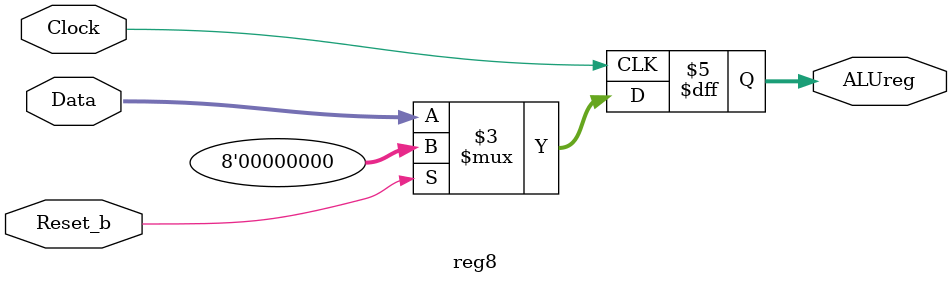
<source format=sv>
module part3(input logic Clock, Reset_b, input logic [3:0] Data, input logic [2:0] Function, output logic [7:0] ALU_reg_out);
	logic [3:0] A, B;
	logic [7:0] ALUout, ALUreg;
	assign A = Data;
	assign B = ALUreg[3:0];
	
	always_comb
	begin
		ALUout = 8'b00000000;
		case (Function)
			3'b000: ALUout = A + B;
			3'b001: ALUout = A * B;
			3'b010: ALUout = B << A;
			3'b011: ALUout = ALUreg;
			default: ALUout = 8'b00000000;
		endcase	
	end
	
	reg8 u0 (ALUout, Clock, Reset_b, ALUreg);
	assign ALU_reg_out = ALUreg;
	
endmodule

module reg8(input logic [7:0] Data, input logic Clock, Reset_b, output logic [7:0] ALUreg);
	always_ff @(posedge Clock)
	begin
		if (Reset_b) begin
			ALUreg <= 8'b00000000;
		end else begin
			ALUreg <= Data;
		end
	end
endmodule
</source>
